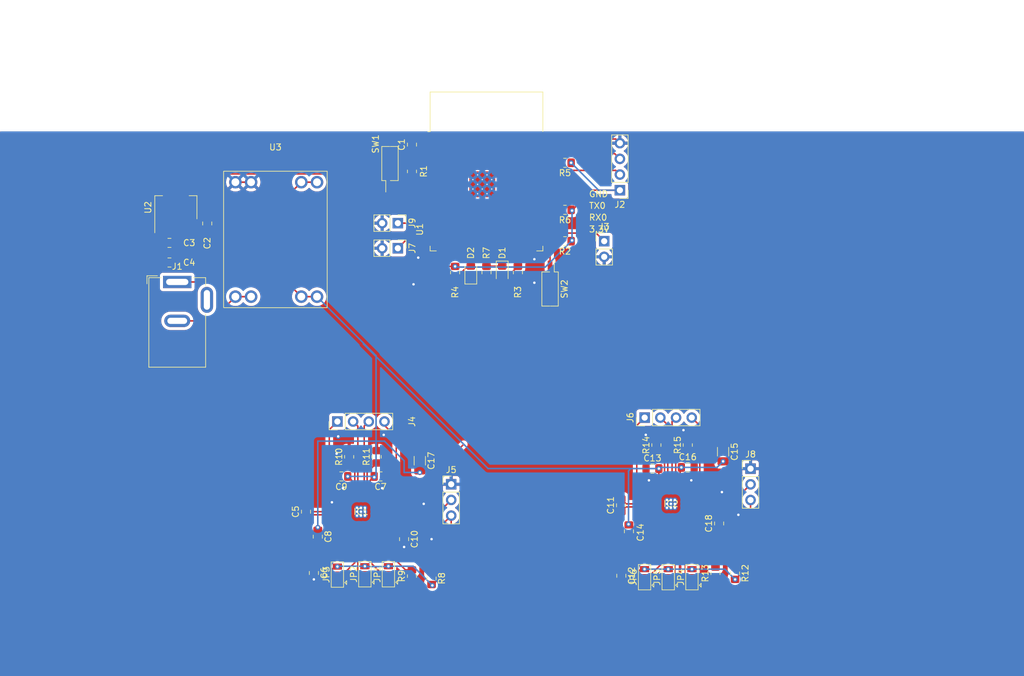
<source format=kicad_pcb>
(kicad_pcb (version 20221018) (generator pcbnew)
  (layers (0 "F.Cu" signal) (31 "B.Cu" signal) (34 "B.Paste" user) (35 "F.Paste" user) (36 "B.SilkS" user "B.Silkscreen") (37 "F.SilkS" user "F.Silkscreen") (38 "B.Mask" user) (39 "F.Mask" user) (44 "Edge.Cuts" user))
  (net 0 "")
  (net 1 "+3.3V")
  (net 2 "GND")
  (net 3 "VDD")
  (net 4 "Net-(D1-K)")
  (net 5 "GPIO2")
  (net 6 "Net-(D2-A)")
  (net 7 "RX0")
  (net 8 "TX0")
  (net 9 "Net-(IC2-CP2)")
  (net 10 "GPIO0")
  (net 11 "GPIO5")
  (net 12 "Net-(IC2-CP1)")
  (net 13 "Net-(IC2-VREG)")
  (net 14 "Net-(IC2-VCP)")
  (net 15 "MS1_1")
  (net 16 "A4")
  (net 17 "A5")
  (net 18 "A8")
  (net 19 "A9")
  (net 20 "GPIO27")
  (net 21 "GPIO14")
  (net 22 "GPIO12")
  (net 23 "GPIO13")
  (net 30 "GPIO15")
  (net 31 "GPIO4")
  (net 32 "RX2")
  (net 33 "TX2")
  (net 34 "GPIO18")
  (net 35 "GPIO19")
  (net 37 "GPIO21")
  (net 38 "GPIO22")
  (net 39 "GPIO23")
  (net 40 "Net-(IC1-OUT2B)")
  (net 41 "Net-(IC1-CP1)")
  (net 42 "Net-(IC1-CP2)")
  (net 43 "Net-(IC1-VCP)")
  (net 45 "Net-(IC1-VREG)")
  (net 46 "MS2_1")
  (net 47 "MS3_1")
  (net 48 "Net-(IC2-OUT2B)")
  (net 49 "!RESET")
  (net 50 "Net-(IC1-ROSC)")
  (net 51 "!SLEEP")
  (net 52 "REF1")
  (net 54 "Net-(IC1-OUT1B)")
  (net 55 "Vmot")
  (net 56 "Net-(IC1-SENSE1)")
  (net 57 "Net-(IC1-OUT1A)")
  (net 59 "Net-(IC1-OUT2A)")
  (net 60 "Net-(IC1-SENSE2)")
  (net 61 "unconnected-(IC1-EP-Pad29)")
  (net 63 "Net-(IC2-ROSC)")
  (net 65 "Net-(IC2-OUT1B)")
  (net 66 "Net-(IC2-SENSE1)")
  (net 67 "Net-(IC2-OUT1A)")
  (net 69 "Net-(IC2-OUT2A)")
  (net 70 "Net-(IC2-SENSE2)")
  (net 71 "unconnected-(IC2-EP-Pad29)")
  (net 72 "Net-(J1-Pad2)")
  (net 73 "REF2")
  (net 74 "/ESP32/EN")
  (net 79 "MS1_2")
  (net 80 "MS2_2")
  (net 81 "MS3_2")
  (footprint "Resistor_SMD:R_0805_2012Metric_Pad1.20x1.40mm_HandSolder" (layer "F.Cu") (at 152.59 103.505 90)
    (fp_text reference "R14")
    (fp_text value "50m")
  )
  (footprint "Resistor_SMD:R_0805_2012Metric_Pad1.20x1.40mm_HandSolder" (layer "F.Cu") (at 157.67 103.505 90)
    (fp_text reference "R15")
    (fp_text value "50m")
  )
  (footprint "Capacitor_SMD:C_0805_2012Metric_Pad1.18x1.45mm_HandSolder" (layer "F.Cu") (at 162.75 116.205 90)
    (fp_text reference "C18")
    (fp_text value "0.22uF")
  )
  (footprint "RF_Module:ESP32-WROOM-32" (layer "F.Cu") (at 125.095 62.185)
    (fp_text reference "U1")
    (fp_text value "ESP32-WROOM-32")
  )
  (footprint "Jumper:SolderJumper-3_P1.3mm_Open_Pad1.0x1.5mm" (layer "F.Cu") (at 105.41 124.43 90)
    (fp_text reference "JP2")
    (fp_text value "MS2y")
  )
  (footprint "Resistor_SMD:R_0805_2012Metric_Pad1.20x1.40mm_HandSolder" (layer "F.Cu") (at 165.33 124.27 -90)
    (fp_text reference "R12")
    (fp_text value "100K")
  )
  (footprint "Capacitor_SMD:C_0805_2012Metric_Pad1.18x1.45mm_HandSolder" (layer "F.Cu") (at 79.897 67.614 90)
    (fp_text reference "C2")
    (fp_text value "10uF")
  )
  (footprint "Capacitor_SMD:C_0805_2012Metric_Pad1.18x1.45mm_HandSolder" (layer "F.Cu") (at 148.145 117.475 -90)
    (fp_text reference "C14")
    (fp_text value "0.1 uF")
  )
  (footprint "Connector_PinHeader_2.54mm:PinHeader_1x03_P2.54mm_Vertical" (layer "F.Cu") (at 167.83 107.33)
    (fp_text reference "J8")
    (fp_text value "POTx")
  )
  (footprint "Jumper:SolderJumper-3_P1.3mm_Open_Pad1.0x1.5mm" (layer "F.Cu") (at 150.675 124.905 90)
    (fp_text reference "JP6")
    (fp_text value "MS1x")
  )
  (footprint "Package_TO_SOT_SMD:SOT-223-3_TabPin2" (layer "F.Cu") (at 74.817 65.024 90)
    (fp_text reference "U2")
    (fp_text value "AMS1117-3.3")
  )
  (footprint "Library:U1584" (layer "F.Cu") (at 91.059 59.15)
    (fp_text reference "U3")
    (fp_text value "MP1584")
  )
  (footprint "Button_Switch_SMD:SW_DIP_SPSTx01_Slide_Copal_CHS-01B_W7.62mm_P1.27mm" (layer "F.Cu") (at 135.382 78.232 -90)
    (fp_text reference "SW2")
    (fp_text value "FLASH")
  )
  (footprint "Capacitor_SMD:C_0805_2012Metric_Pad1.18x1.45mm_HandSolder" (layer "F.Cu") (at 101.6 108.585 180)
    (fp_text reference "C9")
    (fp_text value "100nF")
  )
  (footprint "Resistor_SMD:R_0805_2012Metric_Pad1.20x1.40mm_HandSolder" (layer "F.Cu") (at 113.03 59.182 90)
    (fp_text reference "R1")
    (fp_text value "10K")
  )
  (footprint "Jumper:SolderJumper-3_P1.3mm_Open_Pad1.0x1.5mm" (layer "F.Cu") (at 154.51 124.905 90)
    (fp_text reference "JP5")
    (fp_text value "MS2x")
  )
  (footprint "Connector_PinHeader_2.54mm:PinHeader_1x04_P2.54mm_Vertical" (layer "F.Cu") (at 146.685 62.23 180)
    (fp_text reference "J2")
    (fp_text value "Conn_01x04_Pin")
  )
  (footprint "Jumper:SolderJumper-3_P1.3mm_Open_Pad1.0x1.5mm" (layer "F.Cu") (at 109.22 124.43 90)
    (fp_text reference "JP1")
    (fp_text value "MS3y")
  )
  (footprint "Jumper:SolderJumper-3_P1.3mm_Open_Pad1.0x1.5mm" (layer "F.Cu") (at 158.345 124.905 90)
    (fp_text reference "JP4")
    (fp_text value "MS3x")
  )
  (footprint "Resistor_SMD:R_0805_2012Metric_Pad1.20x1.40mm_HandSolder" (layer "F.Cu") (at 107.315 105.41 90)
    (fp_text reference "R11")
    (fp_text value "50m")
  )
  (footprint "Button_Switch_SMD:SW_DIP_SPSTx01_Slide_Copal_CHS-01B_W7.62mm_P1.27mm" (layer "F.Cu") (at 109.474 57.912 90)
    (fp_text reference "SW1")
    (fp_text value "EN")
  )
  (footprint "Resistor_SMD:R_0805_2012Metric_Pad1.20x1.40mm_HandSolder" (layer "F.Cu") (at 137.795 70.485 180)
    (fp_text reference "R2")
    (fp_text value "10K")
  )
  (footprint "Resistor_SMD:R_0805_2012Metric_Pad1.20x1.40mm_HandSolder" (layer "F.Cu") (at 137.795 57.785 180)
    (fp_text reference "R5")
    (fp_text value "10K")
  )
  (footprint "Resistor_SMD:R_0805_2012Metric_Pad1.20x1.40mm_HandSolder" (layer "F.Cu") (at 102.87 105.41 90)
    (fp_text reference "R10")
    (fp_text value "50m")
  )
  (footprint "Connector_PinHeader_2.54mm:PinHeader_1x02_P2.54mm_Vertical" (layer "F.Cu") (at 110.744 71.628 -90)
    (fp_text reference "J7")
    (fp_text value "Switchx")
  )
  (footprint "Resistor_SMD:R_0805_2012Metric_Pad1.20x1.40mm_HandSolder" (layer "F.Cu") (at 116.205 125.095 -90)
    (fp_text reference "R8")
    (fp_text value "100K")
  )
  (footprint "Capacitor_SMD:C_0805_2012Metric_Pad1.18x1.45mm_HandSolder" (layer "F.Cu") (at 111.76 118.745 -90)
    (fp_text reference "C10")
    (fp_text value "0.22uF")
  )
  (footprint "Resistor_SMD:R_0805_2012Metric_Pad1.20x1.40mm_HandSolder" (layer "F.Cu") (at 130.175 75.565 90)
    (fp_text reference "R3")
    (fp_text value "10K")
  )
  (footprint "Connector_PinHeader_2.54mm:PinHeader_1x04_P2.54mm_Vertical" (layer "F.Cu") (at 150.695 99.06 90)
    (fp_text reference "J6")
    (fp_text value "Conn_01x04_Pin")
  )
  (footprint "Resistor_SMD:R_0805_2012Metric_Pad1.20x1.40mm_HandSolder" (layer "F.Cu") (at 137.795 65.405 180)
    (fp_text reference "R6")
    (fp_text value "10K")
  )
  (footprint "Connector_PinHeader_2.54mm:PinHeader_1x02_P2.54mm_Vertical" (layer "F.Cu") (at 144.145 70.48)
    (fp_text reference "J3")
    (fp_text value "Switchy")
  )
  (footprint "Jumper:SolderJumper-3_P1.3mm_Open_Pad1.0x1.5mm" (layer "F.Cu") (at 100.965 124.49 90)
    (fp_text reference "JP3")
    (fp_text value "MS1y")
  )
  (footprint "Capacitor_SMD:C_0805_2012Metric_Pad1.18x1.45mm_HandSolder" (layer "F.Cu") (at 146.875 113.2625 90)
    (fp_text reference "C11")
    (fp_text value "0.1u")
  )
  (footprint "Capacitor_SMD:C_0805_2012Metric_Pad1.18x1.45mm_HandSolder" (layer "F.Cu") (at 146.915 124.6775 -90)
    (fp_text reference "C12")
    (fp_text value "0.22uF")
  )
  (footprint "Capacitor_SMD:C_0805_2012Metric_Pad1.18x1.45mm_HandSolder" (layer "F.Cu") (at 157.67 107.125)
    (fp_text reference "C16")
    (fp_text value "100nF")
  )
  (footprint "Resistor_SMD:R_0805_2012Metric_Pad1.20x1.40mm_HandSolder" (layer "F.Cu") (at 125.095 75.565 -90)
    (fp_text reference "R7")
    (fp_text value "1K")
  )
  (footprint "Capacitor_SMD:C_0805_2012Metric_Pad1.18x1.45mm_HandSolder" (layer "F.Cu") (at 113.03 54.8425 90)
    (fp_text reference "C1")
    (fp_text value "100uF/6.3V")
  )
  (footprint "Resistor_SMD:R_0805_2012Metric_Pad1.20x1.40mm_HandSolder" (layer "F.Cu") (at 120.015 75.565 -90)
    (fp_text reference "R4")
    (fp_text value "1K")
  )
  (footprint "A4988:QFN50P500X500X100-29N" (layer "F.Cu") (at 104.775 114.3)
    (fp_text reference "IC1")
    (fp_text value "A4988SETTR-T")
  )
  (footprint "Capacitor_SMD:C_1206_3216Metric_Pad1.33x1.80mm_HandSolder" (layer "F.Cu") (at 114.3 106.045 -90)
    (fp_text reference "C17")
    (fp_text value "4.7uF")
  )
  (footprint "Connector_PinHeader_2.54mm:PinHeader_1x02_P2.54mm_Vertical" (layer "F.Cu") (at 110.744 67.564 -90)
    (fp_text reference "J9")
    (fp_text value "Switch_einde")
  )
  (footprint "A4988:QFN50P500X500X100-29N" (layer "F.Cu") (at 154.94 113.03)
    (fp_text reference "IC2")
    (fp_text value "A4988SETTR-T")
  )
  (footprint "Connector_PinHeader_2.54mm:PinHeader_1x03_P2.54mm_Vertical" (layer "F.Cu") (at 119.38 109.855)
    (fp_text reference "J5")
    (fp_text value "POTy")
  )
  (footprint "Resistor_SMD:R_0805_2012Metric_Pad1.20x1.40mm_HandSolder" (layer "F.Cu") (at 162.155 124.27 90)
    (fp_text reference "R13")
    (fp_text value "25K")
  )
  (footprint "Capacitor_SMD:C_0805_2012Metric_Pad1.18x1.45mm_HandSolder" (layer "F.Cu") (at 97.79 118.3425 -90)
    (fp_text reference "C8")
    (fp_text value "0.1 uF")
  )
  (footprint "Capacitor_SMD:C_0805_2012Metric_Pad1.18x1.45mm_HandSolder" (layer "F.Cu") (at 97.155 124.2275 -90)
    (fp_text reference "C6")
    (fp_text value "0.22uF")
  )
  (footprint "Capacitor_SMD:C_0805_2012Metric_Pad1.18x1.45mm_HandSolder" (layer "F.Cu") (at 107.95 108.585 180)
    (fp_text reference "C7")
    (fp_text value "100nF")
  )
  (footprint "LED_SMD:LED_0805_2012Metric_Pad1.15x1.40mm_HandSolder" (layer "F.Cu") (at 122.555 75.565 90)
    (fp_text reference "D2")
    (fp_text value "PWR")
  )
  (footprint "Capacitor_SMD:C_0805_2012Metric_Pad1.18x1.45mm_HandSolder" (layer "F.Cu") (at 95.885 114.3 90)
    (fp_text reference "C5")
    (fp_text value "0.1u")
  )
  (footprint "Capacitor_SMD:C_1206_3216Metric_Pad1.33x1.80mm_HandSolder" (layer "F.Cu") (at 163.385 104.585 -90)
    (fp_text reference "C15")
    (fp_text value "4.7uF")
  )
  (footprint "Connector_BarrelJack:BarrelJack_GCT_DCJ200-10-A_Horizontal" (layer "F.Cu") (at 75.042 77.089)
    (fp_text reference "J1")
    (fp_text value "Barrel_Jack")
  )
  (footprint "Capacitor_SMD:C_0805_2012Metric_Pad1.18x1.45mm_HandSolder" (layer "F.Cu") (at 73.7795 73.939 180)
    (fp_text reference "C4")
    (fp_text value "10uF")
  )
  (footprint "Capacitor_SMD:C_0805_2012Metric_Pad1.18x1.45mm_HandSolder" (layer "F.Cu") (at 151.955 107.315)
    (fp_text reference "C13")
    (fp_text value "100nF")
  )
  (footprint "LED_SMD:LED_0805_2012Metric_Pad1.15x1.40mm_HandSolder" (layer "F.Cu") (at 127.635 75.565 -90)
    (fp_text reference "D1")
    (fp_text value "BLUE")
  )
  (footprint "Connector_PinHeader_2.54mm:PinHeader_1x04_P2.54mm_Vertical" (layer "F.Cu") (at 100.965 99.695 90)
    (fp_text reference "J4")
    (fp_text value "Conn_01x04_Pin")
  )
  (footprint "Resistor_SMD:R_0805_2012Metric_Pad1.20x1.40mm_HandSolder" (layer "F.Cu") (at 113.03 124.73 90)
    (fp_text reference "R9")
    (fp_text value "25K")
  )
  (footprint "Capacitor_SMD:C_0805_2012Metric_Pad1.18x1.45mm_HandSolder" (layer "F.Cu") (at 73.7795 70.764)
    (fp_text reference "C3")
    (fp_text value "100nF")
  )
  (gr_text "TX0" (at 141.605 65.325) (layer "F.SilkS") (effects (font (size 1 1)) (justify left bottom)))
  (gr_text "GND" (at 141.605 63.42) (layer "F.SilkS") (effects (font (size 1 1)) (justify left bottom)))
  (gr_text "RX0" (at 141.605 67.23) (layer "F.SilkS") (effects (font (size 1 1)) (justify left bottom)))
  (gr_text "3.3V" (at 141.605 69.135) (layer "F.SilkS") (effects (font (size 1 1)) (justify left bottom)))
  (segment (start 119.38 122.92) (end 116.332 126.238) (width 0.25) (layer "F.Cu") (net 1))
  (segment (start 77.104 59.587) (end 101.854 59.587) (width 0.25) (layer "F.Cu") (net 1))
  (segment (start 113.705 55.205) (end 116.345 55.205) (width 0.25) (layer "F.Cu") (net 1))
  (segment (start 141.97 62.23) (end 138.938 65.532) (width 0.25) (layer "F.Cu") (net 1))
  (segment (start 162.75 117.2425) (end 162.8985 117.094) (width 0.25) (layer "F.Cu") (net 1))
  (segment (start 103.124 74.168) (end 103.124 60.857) (width 0.25) (layer "F.Cu") (net 1))
  (segment (start 109.474 55.88) (end 113.03 55.88) (width 0.25) (layer "F.Cu") (net 1))
  (segment (start 116.6075 117.7075) (end 119.38 114.935) (width 0.25) (layer "F.Cu") (net 1))
  (segment (start 100.965 123.19) (end 100.551 123.19) (width 0.25) (layer "F.Cu") (net 1))
  (segment (start 103.521 74.565) (end 103.124 74.168) (width 0.25) (layer "F.Cu") (net 1))
  (segment (start 110.22 62.992) (end 113.03 60.182) (width 0.25) (layer "F.Cu") (net 1))
  (segment (start 74.817 68.174) (end 74.817 61.874) (width 0.25) (layer "F.Cu") (net 1))
  (segment (start 74.817 70.764) (end 74.817 68.174) (width 0.25) (layer "F.Cu") (net 1))
  (segment (start 146.685 62.23) (end 141.97 62.23) (width 0.25) (layer "F.Cu") (net 1))
  (segment (start 119.38 114.935) (end 119.38 122.92) (width 0.25) (layer "F.Cu") (net 1))
  (segment (start 119.38 122.92) (end 121.2625 124.8025) (width 0.25) (layer "F.Cu") (net 1))
  (segment (start 120.015 74.565) (end 103.521 74.565) (width 0.25) (layer "F.Cu") (net 1))
  (segment (start 74.817 61.874) (end 77.104 59.587) (width 0.25) (layer "F.Cu") (net 1))
  (segment (start 105.638 59.716) (end 108.914 62.992) (width 0.25) (layer "F.Cu") (net 1))
  (segment (start 109.8525 115.8) (end 107.125 115.8) (width 0.25) (layer "F.Cu") (net 1))
  (segment (start 99.06 124.681) (end 99.06 127.254) (width 0.25) (layer "F.Cu") (net 1))
  (segment (start 167.83 122.77) (end 165.33 125.269998) (width 0.25) (layer "F.Cu") (net 1))
  (segment (start 167.83 112.41) (end 167.83 117.094) (width 0.25) (layer "F.Cu") (net 1))
  (segment (start 108.914 62.992) (end 110.22 62.992) (width 0.25) (layer "F.Cu") (net 1))
  (segment (start 99.06 127.254) (end 97.518327 127.254) (width 0.25) (layer "F.Cu") (net 1))
  (segment (start 101.854 59.587) (end 105.509 59.587) (width 0.25) (layer "F.Cu") (net 1))
  (segment (start 165.33 125.27) (end 165.33 125.269998) (width 0.25) (layer "F.Cu") (net 1))
  (segment (start 74.817 73.939) (end 74.817 70.764) (width 0.25) (layer "F.Cu") (net 1))
  (segment (start 105.638 59.716) (end 109.474 55.88) (width 0.25) (layer "F.Cu") (net 1))
  (segment (start 162.75 117.2425) (end 160.0375 114.53) (width 0.25) (layer "F.Cu") (net 1))
  (segment (start 111.76 117.7075) (end 116.6075 117.7075) (width 0.25) (layer "F.Cu") (net 1))
  (segment (start 167.83 117.094) (end 167.83 122.77) (width 0.25) (layer "F.Cu") (net 1))
  (segment (start 97.518327 127.254) (end 71.442 101.177673) (width 0.25) (layer "F.Cu") (net 1))
  (segment (start 71.442 101.177673) (end 71.442 65.249) (width 0.25) (layer "F.Cu") (net 1))
  (segment (start 160.0375 114.53) (end 157.29 114.53) (width 0.25) (layer "F.Cu") (net 1))
  (segment (start 148.8775 124.8025) (end 150.074999 123.605001) (width 0.25) (layer "F.Cu") (net 1))
  (segment (start 111.76 117.7075) (end 109.8525 115.8) (width 0.25) (layer "F.Cu") (net 1))
  (segment (start 113.03 55.88) (end 113.705 55.205) (width 0.25) (layer "F.Cu") (net 1))
  (segment (start 121.2625 124.8025) (end 148.8775 124.8025) (width 0.25) (layer "F.Cu") (net 1))
  (segment (start 100.551 123.19) (end 99.06 124.681) (width 0.25) (layer "F.Cu") (net 1))
  (segment (start 103.124 60.857) (end 101.854 59.587) (width 0.25) (layer "F.Cu") (net 1))
  (segment (start 162.8985 117.094) (end 167.83 117.094) (width 0.25) (layer "F.Cu") (net 1))
  (segment (start 150.074999 123.605001) (end 150.674999 123.605001) (width 0.25) (layer "F.Cu") (net 1))
  (segment (start 71.442 65.249) (end 74.817 61.874) (width 0.25) (layer "F.Cu") (net 1))
  (segment (start 116.332 126.238) (end 116.205 126.095) (width 0.25) (layer "F.Cu") (net 1))
  (segment (start 105.509 59.587) (end 105.638 59.716) (width 0.25) (layer "F.Cu") (net 1))
  (segment (start 138.938 65.532) (end 138.795 65.405) (width 0.25) (layer "F.Cu") (net 1))
  (via (at 138.794999 57.784999) (size 0.8) (drill 0.4) (layers "F.Cu" "B.Cu") (net 1))
  (via (at 150.674999 123.605001) (size 0.8) (drill 0.4) (layers "F.Cu" "B.Cu") (net 1))
  (via (at 138.938 65.532) (size 0.8) (drill 0.4) (layers "F.Cu" "B.Cu") (net 1))
  (via (at 109.22 123.130002) (size 0.8) (drill 0.4) (layers "F.Cu" "B.Cu") (net 1))
  (via (at 158.344999 123.605001) (size 0.8) (drill 0.4) (layers "F.Cu" "B.Cu") (net 1))
  (via (at 100.965 123.190002) (size 0.8) (drill 0.4) (layers "F.Cu" "B.Cu") (net 1))
  (via (at 105.409998 123.130001) (size 0.8) (drill 0.4) (layers "F.Cu" "B.Cu") (net 1))
  (via (at 138.938 70.358) (size 0.8) (drill 0.4) (layers "F.Cu" "B.Cu") (net 1))
  (via (at 154.510001 123.604999) (size 0.8) (drill 0.4) (layers "F.Cu" "B.Cu") (net 1))
  (via (at 120.015001 74.564999) (size 0.8) (drill 0.4) (layers "F.Cu" "B.Cu") (net 1))
  (via (at 165.33 125.269998) (size 0.8) (drill 0.4) (layers "F.Cu" "B.Cu") (net 1))
  (via (at 116.332 126.238) (size 0.8) (drill 0.4) (layers "F.Cu" "B.Cu") (net 1))
  (segment (start 134.62 74.676) (end 120.126002 74.676) (width 0.25) (layer "B.Cu") (net 1))
  (segment (start 116.332 126.238) (end 113.224002 123.130002) (width 0.25) (layer "B.Cu") (net 1))
  (segment (start 138.938 65.532) (end 138.938 70.358) (width 0.25) (layer "B.Cu") (net 1))
  (segment (start 105.469997 123.19) (end 105.409998 123.130001) (width 0.25) (layer "B.Cu") (net 1))
  (segment (start 109.160002 123.19) (end 105.469997 123.19) (width 0.25) (layer "B.Cu") (net 1))
  (segment (start 109.22 123.130002) (end 109.160002 123.19) (width 0.25) (layer "B.Cu") (net 1))
  (segment (start 138.794999 57.784999) (end 143.24 62.23) (width 0.25) (layer "B.Cu") (net 1))
  (segment (start 138.938 70.358) (end 134.62 74.676) (width 0.25) (layer "B.Cu") (net 1))
  (segment (start 101.025001 123.130001) (end 100.965 123.190002) (width 0.25) (layer "B.Cu") (net 1))
  (segment (start 113.224002 123.130002) (end 109.22 123.130002) (width 0.25) (layer "B.Cu") (net 1))
  (segment (start 150.674999 123.605001) (end 154.509999 123.605001) (width 0.25) (layer "B.Cu") (net 1))
  (segment (start 154.510001 123.604999) (end 158.344997 123.604999) (width 0.25) (layer "B.Cu") (net 1))
  (segment (start 105.409998 123.130001) (end 101.025001 123.130001) (width 0.25) (layer "B.Cu") (net 1))
  (segment (start 163.665003 123.605001) (end 165.33 125.269998) (width 0.25) (layer "B.Cu") (net 1))
  (segment (start 154.509999 123.605001) (end 154.510001 123.604999) (width 0.25) (layer "B.Cu") (net 1))
  (segment (start 143.24 62.23) (end 146.685 62.23) (width 0.25) (layer "B.Cu") (net 1))
  (segment (start 158.344997 123.604999) (end 158.344999 123.605001) (width 0.25) (layer "B.Cu") (net 1))
  (segment (start 158.344999 123.605001) (end 163.665003 123.605001) (width 0.25) (layer "B.Cu") (net 1))
  (segment (start 120.126002 74.676) (end 120.015001 74.564999) (width 0.25) (layer "B.Cu") (net 1))
  (segment (start 133.845 53.935) (end 146.01 53.935) (width 0.25) (layer "F.Cu") (net 2))
  (segment (start 152.59 112.03) (end 149.876 112.03) (width 0.25) (layer "F.Cu") (net 2))
  (segment (start 105.35 125.67) (end 105.41 125.73) (width 0.25) (layer "F.Cu") (net 2))
  (segment (start 152.59 112.53) (end 152.59 112.03) (width 0.25) (layer "F.Cu") (net 2))
  (segment (start 112.268 114.3) (end 113.03 113.538) (width 0.25) (layer "F.Cu") (net 2))
  (segment (start 84.455 60.928) (end 86.995 60.928) (width 0.25) (layer "F.Cu") (net 2))
  (segment (start 146.01 53.935) (end 146.685 54.61) (width 0.25) (layer "F.Cu") (net 2))
  (segment (start 72.742 70.764) (end 72.517 70.539) (width 0.25) (layer "F.Cu") (net 2))
  (segment (start 102.425 113.8) (end 102.425 113.3) (width 0.25) (layer "F.Cu") (net 2))
  (segment (start 100.854 113.3) (end 100.838 113.284) (width 0.25) (layer "F.Cu") (net 2))
  (segment (start 159.004 113.03) (end 159.512 112.522) (width 0.25) (layer "F.Cu") (net 2))
  (segment (start 102.425 113.3) (end 100.854 113.3) (width 0.25) (layer "F.Cu") (net 2))
  (segment (start 157.29 113.03) (end 159.004 113.03) (width 0.25) (layer "F.Cu") (net 2))
  (segment (start 107.125 114.3) (end 112.268 114.3) (width 0.25) (layer "F.Cu") (net 2))
  (segment (start 149.876 112.03) (end 149.86 112.014) (width 0.25) (layer "F.Cu") (net 2))
  (via (at 151.384 109.22) (size 0.8) (drill 0.4) (layers "F.Cu" "B.Cu") (net 2))
  (via (at 101.092 102.108) (size 0.8) (drill 0.4) (layers "F.Cu" "B.Cu") (net 2))
  (via (at 100.838 104.902) (size 0.8) (drill 0.4) (layers "F.Cu" "B.Cu") (net 2))
  (via (at 132.842 77.216) (size 0.8) (drill 0.4) (layers "F.Cu" "B.Cu") (net 2))
  (via (at 114.935 113.03) (size 0.8) (drill 0.4) (layers "F.Cu" "B.Cu") (net 2))
  (via (at 101.854 110.49) (size 0.8) (drill 0.4) (layers "F.Cu" "B.Cu") (net 2))
  (via (at 150.876 101.854) (size 0.8) (drill 0.4) (layers "F.Cu" "B.Cu") (net 2))
  (via (at 163.195 111.125) (size 0.8) (drill 0.4) (layers "F.Cu" "B.Cu") (net 2))
  (via (at 100.076 112.776) (size 0.8) (drill 0.4) (layers "F.Cu" "B.Cu") (net 2))
  (via (at 113.284 77.47) (size 0.8) (drill 0.4) (layers "F.Cu" "B.Cu") (net 2))
  (via (at 132.842 73.406) (size 0.8) (drill 0.4) (layers "F.Cu" "B.Cu") (net 2))
  (via (at 116.205 118.745) (size 0.8) (drill 0.4) (layers "F.Cu" "B.Cu") (net 2))
  (via (at 108.458 101.854) (size 0.8) (drill 0.4) (layers "F.Cu" "B.Cu") (net 2))
  (via (at 111.76 120.015) (size 0.8) (drill 0.4) (layers "F.Cu" "B.Cu") (net 2))
  (via (at 165.862 114.808) (size 0.8) (drill 0.4) (layers "F.Cu" "B.Cu") (net 2))
  (via (at 97.155002 125.265) (size 0.8) (drill 0.4) (layers "F.Cu" "B.Cu") (net 2))
  (via (at 156.972 101.092) (size 0.8) (drill 0.4) (layers "F.Cu" "B.Cu") (net 2))
  (via (at 158.242 109.22) (size 0.8) (drill 0.4) (layers "F.Cu" "B.Cu") (net 2))
  (via (at 108.204 110.49) (size 0.8) (drill 0.4) (layers "F.Cu" "B.Cu") (net 2))
  (via (at 114.046 73.152) (size 0.8) (drill 0.4) (layers "F.Cu" "B.Cu") (net 2))
  (segment (start 95.123 60.928) (end 97.663 60.928) (width 0.25) (layer "F.Cu") (net 3))
  (segment (start 79.4195 68.174) (end 77.117 68.174) (width 0.25) (layer "F.Cu") (net 3))
  (segment (start 87.3995 68.6515) (end 95.123 60.928) (width 0.25) (layer "F.Cu") (net 3))
  (segment (start 79.897 68.6515) (end 87.3995 68.6515) (width 0.25) (layer "F.Cu") (net 3))
  (segment (start 79.897 68.6515) (end 79.4195 68.174) (width 0.25) (layer "F.Cu") (net 3))
  (segment (start 127.635 74.54) (end 125.12 74.54) (width 0.25) (layer "F.Cu") (net 4))
  (segment (start 125.12 74.54) (end 125.095 74.565) (width 0.25) (layer "F.Cu") (net 4))
  (segment (start 130.175 74.565) (end 130.815 73.925) (width 0.25) (layer "F.Cu") (net 5))
  (segment (start 130.815 73.925) (end 130.815 71.695) (width 0.25) (layer "F.Cu") (net 5))
  (segment (start 128.15 76.59) (end 130.175 74.565) (width 0.25) (layer "F.Cu") (net 5))
  (segment (start 127.635 76.59) (end 128.15 76.59) (width 0.25) (layer "F.Cu") (net 5))
  (segment (start 120.015 76.565) (end 122.04 74.54) (width 0.25) (layer "F.Cu") (net 6))
  (segment (start 122.04 74.54) (end 122.555 74.54) (width 0.25) (layer "F.Cu") (net 6))
  (segment (start 146.01 59.015) (end 146.685 59.69) (width 0.25) (layer "F.Cu") (net 7))
  (segment (start 133.845 59.015) (end 146.01 59.015) (width 0.25) (layer "F.Cu") (net 7))
  (segment (start 138.28 56.3) (end 145.835 56.3) (width 0.25) (layer "F.Cu") (net 8))
  (segment (start 136.755 57.745) (end 136.795 57.785) (width 0.25) (layer "F.Cu") (net 8))
  (segment (start 136.795 57.785) (end 138.28 56.3) (width 0.25) (layer "F.Cu") (net 8))
  (segment (start 145.835 56.3) (end 146.685 57.15) (width 0.25) (layer "F.Cu") (net 8))
  (segment (start 133.845 57.745) (end 136.755 57.745) (width 0.25) (layer "F.Cu") (net 8))
  (segment (start 147.645 113.53) (end 152.59 113.53) (width 0.25) (layer "F.Cu") (net 9))
  (segment (start 146.875 114.3) (end 147.645 113.53) (width 0.25) (layer "F.Cu") (net 9))
  (segment (start 135.382 71.898) (end 136.795 70.485) (width 0.25) (layer "F.Cu") (net 10))
  (segment (start 133.845 70.445) (end 136.755 70.445) (width 0.25) (layer "F.Cu") (net 10))
  (segment (start 136.755 70.445) (end 136.795 70.485) (width 0.25) (layer "F.Cu") (net 10))
  (segment (start 135.382 74.422) (end 135.382 71.898) (width 0.25) (layer "F.Cu") (net 10))
  (segment (start 136.795 65.405) (end 136.755 65.365) (width 0.25) (layer "F.Cu") (net 11))
  (segment (start 136.755 65.365) (end 133.845 65.365) (width 0.25) (layer "F.Cu") (net 11))
  (segment (start 146.875 112.225) (end 147.68 113.03) (width 0.25) (layer "F.Cu") (net 12))
  (segment (start 147.68 113.03) (end 152.59 113.03) (width 0.25) (layer "F.Cu") (net 12))
  (segment (start 153.44 117.115) (end 153.44 115.38) (width 0.25) (layer "F.Cu") (net 13))
  (segment (start 146.915 123.64) (end 153.44 117.115) (width 0.25) (layer "F.Cu") (net 13))
  (segment (start 148.145 118.5125) (end 150.685 115.9725) (width 0.25) (layer "F.Cu") (net 14))
  (segment (start 150.685 114.3) (end 150.93 114.055) (width 0.25) (layer "F.Cu") (net 14))
  (segment (start 150.685 115.9725) (end 150.685 114.3) (width 0.25) (layer "F.Cu") (net 14))
  (segment (start 150.93 114.055) (end 152.59 114.055) (width 0.25) (layer "F.Cu") (net 14))
  (segment (start 101.965 124.37) (end 103.775 122.56) (width 0.25) (layer "F.Cu") (net 15))
  (segment (start 100.965 124.37) (end 101.965 124.37) (width 0.25) (layer "F.Cu") (net 15))
  (segment (start 103.775 122.56) (end 103.775 116.65) (width 0.25) (layer "F.Cu") (net 15))
  (segment (start 116.004 67.564) (end 116.345 67.905) (width 0.25) (layer "F.Cu") (net 20))
  (segment (start 110.744 67.564) (end 116.004 67.564) (width 0.25) (layer "F.Cu") (net 20))
  (segment (start 110.744 71.628) (end 113.197 69.175) (width 0.25) (layer "F.Cu") (net 21))
  (segment (start 113.197 69.175) (end 116.345 69.175) (width 0.25) (layer "F.Cu") (net 21))
  (segment (start 133.845 69.175) (end 142.84 69.175) (width 0.25) (layer "F.Cu") (net 31))
  (segment (start 142.84 69.175) (end 144.145 70.48) (width 0.25) (layer "F.Cu") (net 31))
  (segment (start 107.125 113.8) (end 110.99 113.8) (width 0.25) (layer "F.Cu") (net 34))
  (segment (start 110.99 113.8) (end 121.412 103.378) (width 0.25) (layer "F.Cu") (net 34))
  (segment (start 107.125 115.3) (end 110.855 115.3) (width 0.25) (layer "F.Cu") (net 35))
  (segment (start 110.855 115.3) (end 111.125 115.57) (width 0.25) (layer "F.Cu") (net 35))
  (segment (start 102.425 112.8) (end 99.65 110.025) (width 0.25) (layer "F.Cu") (net 40))
  (segment (start 99.65 110.025) (end 99.65 101.01) (width 0.25) (layer "F.Cu") (net 40))
  (segment (start 99.65 101.01) (end 100.965 99.695) (width 0.25) (layer "F.Cu") (net 40))
  (segment (start 95.885 113.4375) (end 96.7475 114.3) (width 0.25) (layer "F.Cu") (net 41))
  (segment (start 96.7475 114.3) (end 102.235 114.3) (width 0.25) (layer "F.Cu") (net 41))
  (segment (start 95.885 115.1625) (end 96.2475 114.8) (width 0.25) (layer "F.Cu") (net 42))
  (segment (start 96.2475 114.8) (end 102.425 114.8) (width 0.25) (layer "F.Cu") (net 42))
  (segment (start 102.425 115.3) (end 101.55 115.3) (width 0.25) (layer "F.Cu") (net 43))
  (segment (start 101.55 115.3) (end 97.79 119.06) (width 0.25) (layer "F.Cu") (net 43))
  (segment (start 97.79 119.06) (end 97.79 119.38) (width 0.25) (layer "F.Cu") (net 43))
  (segment (start 97.155 123.19) (end 103.275 117.07) (width 0.25) (layer "F.Cu") (net 45))
  (segment (start 103.275 117.07) (end 103.275 116.65) (width 0.25) (layer "F.Cu") (net 45))
  (segment (start 104.275 124.295) (end 104.275 116.65) (width 0.25) (layer "F.Cu") (net 46))
  (segment (start 104.41 124.43) (end 104.275 124.295) (width 0.25) (layer "F.Cu") (net 46))
  (segment (start 105.41 124.43) (end 104.41 124.43) (width 0.25) (layer "F.Cu") (net 46))
  (segment (start 104.775 117.475) (end 104.775 116.84) (width 0.25) (layer "F.Cu") (net 47))
  (segment (start 106.485 119.185) (end 104.775 117.475) (width 0.25) (layer "F.Cu") (net 47))
  (segment (start 108.22 124.43) (end 106.485 122.695) (width 0.25) (layer "F.Cu") (net 47))
  (segment (start 109.22 124.43) (end 108.22 124.43) (width 0.25) (layer "F.Cu") (net 47))
  (segment (start 106.485 122.695) (end 106.485 119.185) (width 0.25) (layer "F.Cu") (net 47))
  (segment (start 151.725 111.53) (end 152.59 111.53) (width 0.25) (layer "F.Cu") (net 48))
  (segment (start 149.415 109.22) (end 151.725 111.53) (width 0.25) (layer "F.Cu") (net 48))
  (segment (start 150.695 99.06) (end 149.415 100.34) (width 0.25) (layer "F.Cu") (net 48))
  (segment (start 149.415 100.34) (end 149.415 109.22) (width 0.25) (layer "F.Cu") (net 48))
  (segment (start 113.03 123.73) (end 111.98 123.73) (width 0.25) (layer "F.Cu") (net 50))
  (segment (start 105.775 117.525) (end 105.775 116.65) (width 0.25) (layer "F.Cu") (net 50))
  (segment (start 111.98 123.73) (end 105.775 117.525) (width 0.25) (layer "F.Cu") (net 50))
  (segment (start 106.275 117.07) (end 106.275 116.65) (width 0.25) (layer "F.Cu") (net 51))
  (segment (start 110.49 121.285) (end 106.275 117.07) (width 0.25) (layer "F.Cu") (net 51))
  (segment (start 157.44 115.38) (end 165.33 123.27) (width 0.25) (layer "F.Cu") (net 51))
  (segment (start 156.44 115.38) (end 157.44 115.38) (width 0.25) (layer "F.Cu") (net 51))
  (segment (start 113.395 121.285) (end 110.49 121.285) (width 0.25) (layer "F.Cu") (net 51))
  (segment (start 116.205 124.095) (end 113.395 121.285) (width 0.25) (layer "F.Cu") (net 51))
  (segment (start 116.975 114.8) (end 119.38 112.395) (width 0.25) (layer "F.Cu") (net 52))
  (segment (start 107.125 114.8) (end 116.975 114.8) (width 0.25) (layer "F.Cu") (net 52))
  (segment (start 110.49 111.125) (end 108.79 112.825) (width 0.25) (layer "F.Cu") (net 54))
  (segment (start 108.585 99.695) (end 108.585 100.33) (width 0.25) (layer "F.Cu") (net 54))
  (segment (start 110.49 102.235) (end 110.49 111.125) (width 0.25) (layer "F.Cu") (net 54))
  (segment (start 108.585 100.33) (end 110.49 102.235) (width 0.25) (layer "F.Cu") (net 54))
  (segment (start 108.79 112.825) (end 107.315 112.825) (width 0.25) (layer "F.Cu") (net 54))
  (segment (start 95.123 79.47) (end 97.663 79.47) (width 0.25) (layer "F.Cu") (net 55))
  (segment (start 103.275 109.222502) (end 102.6375 108.585002) (width 0.25) (layer "F.Cu") (net 55))
  (segment (start 152.992501 110.017501) (end 152.992501 107.315002) (width 0.25) (layer "F.Cu") (net 55))
  (segment (start 156.6325 107.125) (end 156.632499 107.124999) (width 0.25) (layer "F.Cu") (net 55))
  (segment (start 106.9125 108.585) (end 106.275 109.2225) (width 0.25) (layer "F.Cu") (net 55))
  (segment (start 156.44 110.68) (end 156.44 107.317497) (width 0.25) (layer "F.Cu") (net 55))
  (segment (start 152.9925 107.315) (end 152.992501 107.315001) (width 0.25) (layer "F.Cu") (net 55))
  (segment (start 106.275 109.2225) (end 106.275 111.95) (width 0.25) (layer "F.Cu") (net 55))
  (segment (start 102.6375 108.585) (end 102.6375 108.585002) (width 0.25) (layer "F.Cu") (net 55))
  (segment (start 95.123 79.47) (end 92.742 77.089) (width 0.25) (layer "F.Cu") (net 55))
  (segment (start 156.44 107.317497) (end 156.632498 107.124999) (width 0.25) (layer "F.Cu") (net 55))
  (segment (start 156.632499 107.124999) (end 156.632498 107.124999) (width 0.25) (layer "F.Cu") (net 55))
  (segment (start 103.275 111.95) (end 103.275 109.222502) (width 0.25) (layer "F.Cu") (net 55))
  (segment (start 152.992501 107.315001) (end 152.992501 107.315002) (width 0.25) (layer "F.Cu") (net 55))
  (segment (start 153.465 110.49) (end 152.992501 110.017501) (width 0.25) (layer "F.Cu") (net 55))
  (segment (start 92.742 77.089) (end 75.057 77.089) (width 0.25) (layer "F.Cu") (net 55))
  (via (at 156.632498 107.124999) (size 0.8) (drill 0.4) (layers "F.Cu" "B.Cu") (net 55))
  (via (at 114.3 107.95) (size 0.8) (drill 0.4) (layers "F.Cu" "B.Cu") (net 55))
  (via (at 97.79 116.84) (size 0.8) (drill 0.4) (layers "F.Cu" "B.Cu") (net 55))
  (via (at 163.385002 106.147499) (size 0.8) (drill 0.4) (layers "F.Cu" "B.Cu") (net 55))
  (via (at 106.934 108.712) (size 0.8) (drill 0.4) (layers "F.Cu" "B.Cu") (net 55))
  (via (at 102.6375 108.585002) (size 0.8) (drill 0.4) (layers "F.Cu" "B.Cu") (net 55))
  (via (at 152.992501 107.315002) (size 0.8) (drill 0.4) (layers "F.Cu" "B.Cu") (net 55))
  (via (at 148.082 116.332) (size 0.8) (drill 0.4) (layers "F.Cu" "B.Cu") (net 55))
  (segment (start 106.807002 108.585002) (end 106.934 108.712) (width 0.25) (layer "B.Cu") (net 55))
  (segment (start 111.76 106.045) (end 111.76 107.95) (width 0.25) (layer "B.Cu") (net 55))
  (segment (start 109.22 103.505) (end 111.76 106.045) (width 0.25) (layer "B.Cu") (net 55))
  (segment (start 107.22 89.027) (end 107.22 108.426) (width 0.25) (layer "B.Cu") (net 55))
  (segment (start 97.79 102.87) (end 108.585 102.87) (width 0.25) (layer "B.Cu") (net 55))
  (segment (start 148.082 107.696) (end 148.336 107.442) (width 0.25) (layer "B.Cu") (net 55))
  (segment (start 148.082 116.332) (end 148.082 107.696) (width 0.25) (layer "B.Cu") (net 55))
  (segment (start 108.585 102.87) (end 109.22 103.505) (width 0.25) (layer "B.Cu") (net 55))
  (segment (start 97.663 79.47) (end 107.22 89.027) (width 0.25) (layer "B.Cu") (net 55))
  (segment (start 97.79 116.84) (end 97.79 102.87) (width 0.25) (layer "B.Cu") (net 55))
  (segment (start 162.407502 107.124999) (end 163.385002 106.147499) (width 0.25) (layer "B.Cu") (net 55))
  (segment (start 156.632498 107.124999) (end 153.182504 107.124999) (width 0.25) (layer "B.Cu") (net 55))
  (segment (start 156.632498 107.124999) (end 162.407502 107.124999) (width 0.25) (layer "B.Cu") (net 55))
  (segment (start 107.22 108.426) (end 106.934 108.712) (width 0.25) (layer "B.Cu") (net 55))
  (segment (start 152.992501 107.315002) (end 125.349002 107.315002) (width 0.25) (layer "B.Cu") (net 55))
  (segment (start 102.6375 108.585002) (end 106.807002 108.585002) (width 0.25) (layer "B.Cu") (net 55))
  (segment (start 125.349002 107.315002) (end 105.156 87.122) (width 0.25) (layer "B.Cu") (net 55))
  (segment (start 153.182504 107.124999) (end 152.992501 107.315002) (width 0.25) (layer "B.Cu") (net 55))
  (segment (start 111.76 107.95) (end 114.3 107.95) (width 0.25) (layer "B.Cu") (net 55))
  (segment (start 107.315 106.41) (end 105.775 107.95) (width 0.25) (layer "F.Cu") (net 56))
  (segment (start 105.775 107.95) (end 105.775 111.95) (width 0.25) (layer "F.Cu") (net 56))
  (segment (start 106.045 99.695) (end 105.3 100.44) (width 0.25) (layer "F.Cu") (net 57))
  (segment (start 105.3 100.44) (end 105.3 111.76) (width 0.25) (layer "F.Cu") (net 57))
  (segment (start 103.505 99.695) (end 104.275 100.465) (width 0.25) (layer "F.Cu") (net 59))
  (segment (start 104.275 100.465) (end 104.275 111.95) (width 0.25) (layer "F.Cu") (net 59))
  (segment (start 103.775 107.315) (end 102.87 106.41) (width 0.25) (layer "F.Cu") (net 60))
  (segment (start 103.775 111.95) (end 103.775 107.315) (width 0.25) (layer "F.Cu") (net 60))
  (via (at 105.41 113.665) (size 0.8) (drill 0.4) (layers "F.Cu" "B.Cu") (net 61))
  (via (at 105.41 114.3) (size 0.8) (drill 0.4) (layers "F.Cu" "B.Cu") (net 61))
  (via (at 105.41 114.935) (size 0.8) (drill 0.4) (layers "F.Cu" "B.Cu") (net 61))
  (via (at 104.14 113.665) (size 0.8) (drill 0.4) (layers "F.Cu" "B.Cu") (net 61))
  (via (at 104.14 114.935) (size 0.8) (drill 0.4) (layers "F.Cu" "B.Cu") (net 61))
  (via (at 104.775 114.935) (size 0.8) (drill 0.4) (layers "F.Cu" "B.Cu") (net 61))
  (via (at 104.775 114.3) (size 0.8) (drill 0.4) (layers "F.Cu" "B.Cu") (net 61))
  (via (at 104.775 113.665) (size 0.8) (drill 0.4) (layers "F.Cu" "B.Cu") (net 61))
  (via (at 104.14 114.3) (size 0.8) (drill 0.4) (layers "F.Cu" "B.Cu") (net 61))
  (segment (start 155.94 115.38) (end 155.94 116.255) (width 0.25) (layer "F.Cu") (net 63))
  (segment (start 162.155 122.47) (end 162.155 123.27) (width 0.25) (layer "F.Cu") (net 63))
  (segment (start 155.94 116.255) (end 162.155 122.47) (width 0.25) (layer "F.Cu") (net 63))
  (segment (start 159.62 100.365) (end 159.62 109.81) (width 0.25) (layer "F.Cu") (net 65))
  (segment (start 157.9 111.53) (end 157.29 111.53) (width 0.25) (layer "F.Cu") (net 65))
  (segment (start 158.315 99.06) (end 159.62 100.365) (width 0.25) (layer "F.Cu") (net 65))
  (segment (start 159.62 109.81) (end 157.9 111.53) (width 0.25) (layer "F.Cu") (net 65))
  (segment (start 155.72 106.411827) (end 155.72 107.838173) (width 0.25) (layer "F.Cu") (net 66))
  (segment (start 155.72 107.838173) (end 155.94 108.058173) (width 0.25) (layer "F.Cu") (net 66))
  (segment (start 157.67 104.505) (end 157.626827 104.505) (width 0.25) (layer "F.Cu") (net 66))
  (segment (start 157.626827 104.505) (end 155.72 106.411827) (width 0.25) (layer "F.Cu") (net 66))
  (segment (start 155.94 108.058173) (end 155.94 110.68) (width 0.25) (layer "F.Cu") (net 66))
  (segment (start 155.13 107.883863) (end 155.13 99.705) (width 0.25) (layer "F.Cu") (net 67))
  (segment (start 155.44 108.193863) (end 155.13 107.883863) (width 0.25) (layer "F.Cu") (net 67))
  (segment (start 155.44 110.68) (end 155.44 108.193863) (width 0.25) (layer "F.Cu") (net 67))
  (segment (start 155.13 99.705) (end 155.775 99.06) (width 0.25) (layer "F.Cu") (net 67))
  (segment (start 154.44 100.265) (end 153.235 99.06) (width 0.25) (layer "F.Cu") (net 69))
  (segment (start 154.44 110.68) (end 154.44 100.265) (width 0.25) (layer "F.Cu") (net 69))
  (segment (start 153.905 109.81) (end 153.94 109.845) (width 0.25) (layer "F.Cu") (net 70))
  (segment (start 153.94 109.845) (end 153.94 110.68) (width 0.25) (layer "F.Cu") (net 70))
  (segment (start 153.905 105.82) (end 153.905 109.81) (width 0.25) (layer "F.Cu") (net 70))
  (segment (start 152.59 104.505) (end 153.905 105.82) (width 0.25) (layer "F.Cu") (net 70))
  (via (at 154.305 112.395) (size 0.8) (drill 0.4) (layers "F.Cu" "B.Cu") (net 71))
  (via (at 154.94 112.395) (size 0.8) (drill 0.4) (layers "F.Cu" "B.Cu") (net 71))
  (via (at 154.305 113.03) (size 0.8) (drill 0.4) (layers "F.Cu" "B.Cu") (net 71))
  (via (at 155.575 113.03) (size 0.8) (drill 0.4) (layers "F.Cu" "B.Cu") (net 71))
  (via (at 154.94 113.665) (size 0.8) (drill 0.4) (layers "F.Cu" "B.Cu") (net 71))
  (via (at 154.94 113.03) (size 0.8) (drill 0.4) (layers "F.Cu" "B.Cu") (net 71))
  (via (at 155.575 113.665) (size 0.8) (drill 0.4) (layers "F.Cu" "B.Cu") (net 71))
  (via (at 155.575 112.395) (size 0.8) (drill 0.4) (layers "F.Cu" "B.Cu") (net 71))
  (via (at 154.305 113.665) (size 0.8) (drill 0.4) (layers "F.Cu" "B.Cu") (net 71))
  (segment (start 80.536 83.389) (end 75.042 83.389) (width 0.25) (layer "F.Cu") (net 72))
  (segment (start 84.455 79.47) (end 80.536 83.389) (width 0.25) (layer "F.Cu") (net 72))
  (segment (start 86.995 79.47) (end 84.455 79.47) (width 0.25) (layer "F.Cu") (net 72))
  (segment (start 164.17 113.53) (end 167.83 109.87) (width 0.25) (layer "F.Cu") (net 73))
  (segment (start 157.29 113.53) (end 164.17 113.53) (width 0.25) (layer "F.Cu") (net 73))
  (segment (start 109.474 61.722) (end 109.49 61.722) (width 0.25) (layer "F.Cu") (net 74))
  (segment (start 113.03 58.182) (end 114.737 56.475) (width 0.25) (layer "F.Cu") (net 74))
  (segment (start 114.737 56.475) (end 116.345 56.475) (width 0.25) (layer "F.Cu") (net 74))
  (segment (start 109.49 61.722) (end 113.03 58.182) (width 0.25) (layer "F.Cu") (net 74))
  (segment (start 153.94 115.38) (end 153.94 122.24) (width 0.25) (layer "F.Cu") (net 79))
  (segment (start 151.275 124.905) (end 150.675 124.905) (width 0.25) (layer "F.Cu") (net 79))
  (segment (start 153.94 122.24) (end 151.275 124.905) (width 0.25) (layer "F.Cu") (net 79))
  (segment (start 154.44 121.635) (end 155.585 122.78) (width 0.25) (layer "F.Cu") (net 80))
  (segment (start 155.585 124.64) (end 155.32 124.905) (width 0.25) (layer "F.Cu") (net 80))
  (segment (start 155.32 124.905) (end 154.51 124.905) (width 0.25) (layer "F.Cu") (net 80))
  (segment (start 154.44 115.38) (end 154.44 121.635) (width 0.25) (layer "F.Cu") (net 80))
  (segment (start 155.585 122.78) (end 155.585 124.64) (width 0.25) (layer "F.Cu") (net 80))
  (segment (start 157.745 124.905) (end 158.345 124.905) (width 0.25) (layer "F.Cu") (net 81))
  (segment (start 157.27 122.78) (end 157.27 124.43) (width 0.25) (layer "F.Cu") (net 81))
  (segment (start 157.27 124.43) (end 157.745 124.905) (width 0.25) (layer "F.Cu") (net 81))
  (segment (start 154.94 115.38) (end 154.94 120.45) (width 0.25) (layer "F.Cu") (net 81))
  (segment (start 154.94 120.45) (end 157.27 122.78) (width 0.25) (layer "F.Cu") (net 81))
  (zone (net 2) (net_name "GND") (layers "F&B.Cu") (connect_pads (clearance 0.5)) (min_thickness 0.25) (fill yes (thermal_gap 0.5) (thermal_bridge_width 0.5))
    (polygon (pts (xy 46.355 52.705) (xy 46.355 140.97) (xy 212.09 140.97) (xy 212.09 52.705)))
  )
)
</source>
